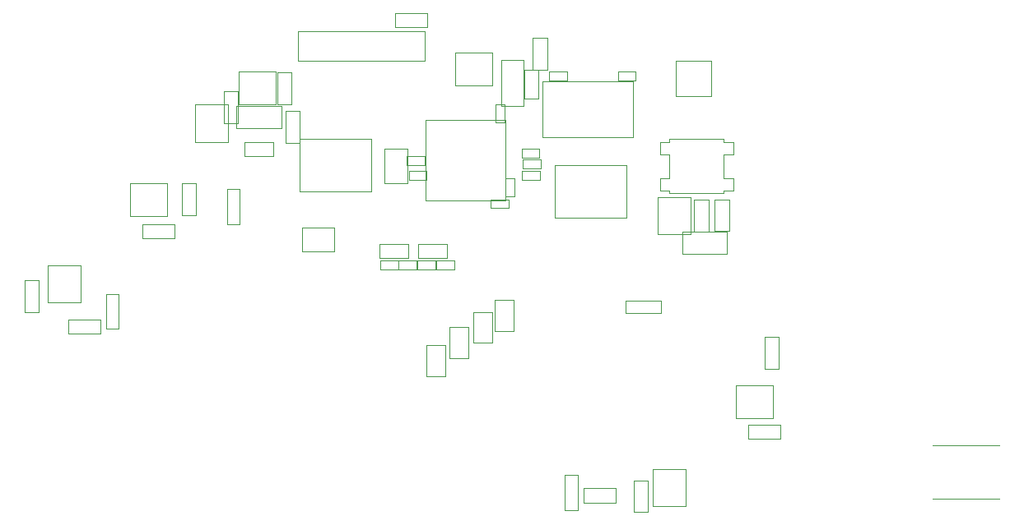
<source format=gbr>
G04 #@! TF.GenerationSoftware,KiCad,Pcbnew,(6.0.7)*
G04 #@! TF.CreationDate,2023-01-30T00:11:12-08:00*
G04 #@! TF.ProjectId,procon_gcc_main_pcb,70726f63-6f6e-45f6-9763-635f6d61696e,rev?*
G04 #@! TF.SameCoordinates,Original*
G04 #@! TF.FileFunction,Other,User*
%FSLAX46Y46*%
G04 Gerber Fmt 4.6, Leading zero omitted, Abs format (unit mm)*
G04 Created by KiCad (PCBNEW (6.0.7)) date 2023-01-30 00:11:12*
%MOMM*%
%LPD*%
G01*
G04 APERTURE LIST*
%ADD10C,0.050000*%
G04 APERTURE END LIST*
D10*
X185700000Y-149580000D02*
X192600000Y-149580000D01*
X192600000Y-144080000D02*
X185700000Y-144080000D01*
X114268000Y-107570000D02*
X114268000Y-110870000D01*
X112808000Y-110870000D02*
X112808000Y-107570000D01*
X114268000Y-110870000D02*
X112808000Y-110870000D01*
X112808000Y-107570000D02*
X114268000Y-107570000D01*
X145380000Y-114580000D02*
X145380000Y-115520000D01*
X143520000Y-115520000D02*
X143520000Y-114580000D01*
X143520000Y-114580000D02*
X145380000Y-114580000D01*
X145380000Y-115520000D02*
X143520000Y-115520000D01*
X114050000Y-109100000D02*
X118750000Y-109100000D01*
X118750000Y-111400000D02*
X114050000Y-111400000D01*
X114050000Y-111400000D02*
X114050000Y-109100000D01*
X118750000Y-111400000D02*
X118750000Y-109100000D01*
X161195000Y-118742500D02*
X162655000Y-118742500D01*
X162655000Y-122042500D02*
X161195000Y-122042500D01*
X162655000Y-118742500D02*
X162655000Y-122042500D01*
X161195000Y-122042500D02*
X161195000Y-118742500D01*
X169914000Y-136184000D02*
X168454000Y-136184000D01*
X168454000Y-132884000D02*
X169914000Y-132884000D01*
X169914000Y-132884000D02*
X169914000Y-136184000D01*
X168454000Y-136184000D02*
X168454000Y-132884000D01*
X131860000Y-115780000D02*
X133680000Y-115780000D01*
X133680000Y-115780000D02*
X133680000Y-116700000D01*
X133680000Y-116700000D02*
X131860000Y-116700000D01*
X131860000Y-116700000D02*
X131860000Y-115780000D01*
X120470000Y-101430000D02*
X120470000Y-104430000D01*
X133470000Y-104430000D02*
X133470000Y-101430000D01*
X133470000Y-101430000D02*
X120470000Y-101430000D01*
X120470000Y-104430000D02*
X133470000Y-104430000D01*
X103170000Y-120470000D02*
X107010000Y-120470000D01*
X107010000Y-120470000D02*
X107010000Y-117070000D01*
X103170000Y-117070000D02*
X103170000Y-120470000D01*
X107010000Y-117070000D02*
X103170000Y-117070000D01*
X104474000Y-122774000D02*
X104474000Y-121314000D01*
X104474000Y-121314000D02*
X107774000Y-121314000D01*
X107774000Y-121314000D02*
X107774000Y-122774000D01*
X107774000Y-122774000D02*
X104474000Y-122774000D01*
X160825000Y-122312500D02*
X160825000Y-118472500D01*
X160825000Y-118472500D02*
X157425000Y-118472500D01*
X157425000Y-118472500D02*
X157425000Y-122312500D01*
X157425000Y-122312500D02*
X160825000Y-122312500D01*
X155160000Y-105565000D02*
X155160000Y-106485000D01*
X153340000Y-106485000D02*
X153340000Y-105565000D01*
X155160000Y-106485000D02*
X153340000Y-106485000D01*
X153340000Y-105565000D02*
X155160000Y-105565000D01*
X140420000Y-103600000D02*
X136580000Y-103600000D01*
X136580000Y-107000000D02*
X140420000Y-107000000D01*
X136580000Y-103600000D02*
X136580000Y-107000000D01*
X140420000Y-107000000D02*
X140420000Y-103600000D01*
X141350000Y-109070000D02*
X141350000Y-104370000D01*
X141350000Y-109070000D02*
X143650000Y-109070000D01*
X143650000Y-104370000D02*
X143650000Y-109070000D01*
X141350000Y-104370000D02*
X143650000Y-104370000D01*
X120575000Y-117900000D02*
X127975000Y-117900000D01*
X127975000Y-117900000D02*
X127975000Y-112500000D01*
X120575000Y-112500000D02*
X120575000Y-117900000D01*
X127975000Y-112500000D02*
X120575000Y-112500000D01*
X136050000Y-131860000D02*
X136050000Y-135060000D01*
X137950000Y-131860000D02*
X136050000Y-131860000D01*
X137950000Y-131860000D02*
X137950000Y-135060000D01*
X137950000Y-135060000D02*
X136050000Y-135060000D01*
X130750000Y-125040000D02*
X132610000Y-125040000D01*
X132610000Y-125040000D02*
X132610000Y-125980000D01*
X130750000Y-125980000D02*
X130750000Y-125040000D01*
X132610000Y-125980000D02*
X130750000Y-125980000D01*
X114450000Y-117680000D02*
X114450000Y-121280000D01*
X113150000Y-121280000D02*
X114450000Y-121280000D01*
X113150000Y-121280000D02*
X113150000Y-117680000D01*
X114450000Y-117680000D02*
X113150000Y-117680000D01*
X120850000Y-121599999D02*
X124150000Y-121599999D01*
X124150000Y-124099999D02*
X124150000Y-121599999D01*
X120850000Y-121599999D02*
X120850000Y-124099999D01*
X124150000Y-124099999D02*
X120850000Y-124099999D01*
X134650000Y-125050000D02*
X136510000Y-125050000D01*
X136510000Y-125990000D02*
X134650000Y-125990000D01*
X136510000Y-125050000D02*
X136510000Y-125990000D01*
X134650000Y-125990000D02*
X134650000Y-125050000D01*
X166794000Y-141924000D02*
X170094000Y-141924000D01*
X166794000Y-143384000D02*
X166794000Y-141924000D01*
X170094000Y-141924000D02*
X170094000Y-143384000D01*
X170094000Y-143384000D02*
X166794000Y-143384000D01*
X149190000Y-147140000D02*
X147890000Y-147140000D01*
X147890000Y-150740000D02*
X147890000Y-147140000D01*
X147890000Y-150740000D02*
X149190000Y-150740000D01*
X149190000Y-147140000D02*
X149190000Y-150740000D01*
X164780000Y-118717500D02*
X164780000Y-122017500D01*
X164780000Y-122017500D02*
X163320000Y-122017500D01*
X163320000Y-118717500D02*
X164780000Y-118717500D01*
X163320000Y-122017500D02*
X163320000Y-118717500D01*
X164530000Y-122072500D02*
X164530000Y-124312500D01*
X159970000Y-124312500D02*
X159970000Y-122072500D01*
X164530000Y-124312500D02*
X159970000Y-124312500D01*
X159970000Y-122072500D02*
X164530000Y-122072500D01*
X109875000Y-112820000D02*
X113275000Y-112820000D01*
X113275000Y-108980000D02*
X109875000Y-108980000D01*
X109875000Y-108980000D02*
X109875000Y-112820000D01*
X113275000Y-112820000D02*
X113275000Y-108980000D01*
X143495000Y-116695000D02*
X143495000Y-115755000D01*
X145355000Y-115755000D02*
X145355000Y-116695000D01*
X143495000Y-115755000D02*
X145355000Y-115755000D01*
X145355000Y-116695000D02*
X143495000Y-116695000D01*
X145190000Y-108370000D02*
X143730000Y-108370000D01*
X145190000Y-105410000D02*
X145190000Y-108370000D01*
X143730000Y-105410000D02*
X145190000Y-105410000D01*
X143730000Y-108370000D02*
X143730000Y-105410000D01*
X128900000Y-125970000D02*
X128900000Y-125030000D01*
X128900000Y-125030000D02*
X130760000Y-125030000D01*
X130760000Y-125030000D02*
X130760000Y-125970000D01*
X130760000Y-125970000D02*
X128900000Y-125970000D01*
X142090000Y-118720000D02*
X142090000Y-119640000D01*
X140270000Y-118720000D02*
X142090000Y-118720000D01*
X142090000Y-119640000D02*
X140270000Y-119640000D01*
X140270000Y-119640000D02*
X140270000Y-118720000D01*
X131805000Y-123320000D02*
X131805000Y-124780000D01*
X131805000Y-124780000D02*
X128845000Y-124780000D01*
X128845000Y-123320000D02*
X131805000Y-123320000D01*
X128845000Y-124780000D02*
X128845000Y-123320000D01*
X148110000Y-105590000D02*
X148110000Y-106510000D01*
X146290000Y-105590000D02*
X148110000Y-105590000D01*
X148110000Y-106510000D02*
X146290000Y-106510000D01*
X146290000Y-106510000D02*
X146290000Y-105590000D01*
X133575000Y-110563579D02*
X133575000Y-118803579D01*
X133575000Y-118803579D02*
X141815000Y-118803579D01*
X141815000Y-118803579D02*
X141815000Y-110563579D01*
X141815000Y-110563579D02*
X133575000Y-110563579D01*
X129300000Y-113525000D02*
X131700000Y-113525000D01*
X131700000Y-117025000D02*
X129300000Y-117025000D01*
X131700000Y-113525000D02*
X131700000Y-117025000D01*
X129300000Y-117025000D02*
X129300000Y-113525000D01*
X135780000Y-124755000D02*
X132820000Y-124755000D01*
X135780000Y-123295000D02*
X135780000Y-124755000D01*
X132820000Y-124755000D02*
X132820000Y-123295000D01*
X132820000Y-123295000D02*
X135780000Y-123295000D01*
X141710000Y-110760000D02*
X140790000Y-110760000D01*
X141710000Y-108940000D02*
X141710000Y-110760000D01*
X140790000Y-108940000D02*
X141710000Y-108940000D01*
X140790000Y-110760000D02*
X140790000Y-108940000D01*
X149804000Y-149964000D02*
X149804000Y-148504000D01*
X153104000Y-148504000D02*
X153104000Y-149964000D01*
X149804000Y-148504000D02*
X153104000Y-148504000D01*
X153104000Y-149964000D02*
X149804000Y-149964000D01*
X156454000Y-147674000D02*
X156454000Y-150974000D01*
X154994000Y-150974000D02*
X154994000Y-147674000D01*
X156454000Y-150974000D02*
X154994000Y-150974000D01*
X154994000Y-147674000D02*
X156454000Y-147674000D01*
X165192500Y-117820000D02*
X164242500Y-117820000D01*
X158642500Y-116570000D02*
X158642500Y-114070000D01*
X165192500Y-116570000D02*
X164242500Y-116570000D01*
X164242500Y-118120000D02*
X164242500Y-117820000D01*
X165192500Y-114070000D02*
X164242500Y-114070000D01*
X165192500Y-112820000D02*
X165192500Y-114070000D01*
X157692500Y-117820000D02*
X157692500Y-116570000D01*
X165192500Y-117820000D02*
X165192500Y-116570000D01*
X157692500Y-112820000D02*
X158642500Y-112820000D01*
X164242500Y-116570000D02*
X164242500Y-114070000D01*
X165192500Y-112820000D02*
X164242500Y-112820000D01*
X157692500Y-117820000D02*
X158642500Y-117820000D01*
X157692500Y-116570000D02*
X158642500Y-116570000D01*
X158642500Y-112520000D02*
X158642500Y-112820000D01*
X158642500Y-118120000D02*
X164242500Y-118120000D01*
X164242500Y-112520000D02*
X158642500Y-112520000D01*
X164242500Y-112520000D02*
X164242500Y-112820000D01*
X157692500Y-114070000D02*
X158642500Y-114070000D01*
X157692500Y-112820000D02*
X157692500Y-114070000D01*
X158642500Y-118120000D02*
X158642500Y-117820000D01*
X140380000Y-133530000D02*
X138480000Y-133530000D01*
X138480000Y-130330000D02*
X138480000Y-133530000D01*
X140380000Y-130330000D02*
X138480000Y-130330000D01*
X140380000Y-130330000D02*
X140380000Y-133530000D01*
X146840000Y-120590000D02*
X154240000Y-120590000D01*
X154240000Y-115190000D02*
X146840000Y-115190000D01*
X154240000Y-120590000D02*
X154240000Y-115190000D01*
X146840000Y-115190000D02*
X146840000Y-120590000D01*
X92324000Y-127021500D02*
X93784000Y-127021500D01*
X93784000Y-130321500D02*
X92324000Y-130321500D01*
X93784000Y-127021500D02*
X93784000Y-130321500D01*
X92324000Y-130321500D02*
X92324000Y-127021500D01*
X109930000Y-120356500D02*
X108470000Y-120356500D01*
X108470000Y-120356500D02*
X108470000Y-117056500D01*
X109930000Y-117056500D02*
X109930000Y-120356500D01*
X108470000Y-117056500D02*
X109930000Y-117056500D01*
X162900000Y-104450000D02*
X159300000Y-104450000D01*
X159300000Y-104450000D02*
X159300000Y-108050000D01*
X162900000Y-108050000D02*
X162900000Y-104450000D01*
X159300000Y-108050000D02*
X162900000Y-108050000D01*
X100675000Y-132075000D02*
X100675000Y-128475000D01*
X101975000Y-128475000D02*
X101975000Y-132075000D01*
X100675000Y-132075000D02*
X101975000Y-132075000D01*
X101975000Y-128475000D02*
X100675000Y-128475000D01*
X145260000Y-113515000D02*
X145260000Y-114435000D01*
X143440000Y-113515000D02*
X145260000Y-113515000D01*
X143440000Y-114435000D02*
X143440000Y-113515000D01*
X145260000Y-114435000D02*
X143440000Y-114435000D01*
X114910000Y-112850000D02*
X117870000Y-112850000D01*
X117870000Y-112850000D02*
X117870000Y-114310000D01*
X117870000Y-114310000D02*
X114910000Y-114310000D01*
X114910000Y-114310000D02*
X114910000Y-112850000D01*
X94720000Y-125510000D02*
X94720000Y-129350000D01*
X98120000Y-129350000D02*
X98120000Y-125510000D01*
X98120000Y-125510000D02*
X94720000Y-125510000D01*
X94720000Y-129350000D02*
X98120000Y-129350000D01*
X141780000Y-118420000D02*
X141780000Y-116600000D01*
X142700000Y-118420000D02*
X141780000Y-118420000D01*
X142700000Y-116600000D02*
X142700000Y-118420000D01*
X141780000Y-116600000D02*
X142700000Y-116600000D01*
X132750000Y-125040000D02*
X134610000Y-125040000D01*
X134610000Y-125040000D02*
X134610000Y-125980000D01*
X134610000Y-125980000D02*
X132750000Y-125980000D01*
X132750000Y-125980000D02*
X132750000Y-125040000D01*
X114305000Y-108950000D02*
X118145000Y-108950000D01*
X118145000Y-105550000D02*
X114305000Y-105550000D01*
X118145000Y-108950000D02*
X118145000Y-105550000D01*
X114305000Y-105550000D02*
X114305000Y-108950000D01*
X145625000Y-112285000D02*
X154925000Y-112285000D01*
X145625000Y-106565000D02*
X145625000Y-112285000D01*
X154925000Y-106565000D02*
X145625000Y-106565000D01*
X154925000Y-112285000D02*
X154925000Y-106565000D01*
X133505000Y-114305000D02*
X133505000Y-115245000D01*
X131645000Y-114305000D02*
X133505000Y-114305000D01*
X133505000Y-115245000D02*
X131645000Y-115245000D01*
X131645000Y-115245000D02*
X131645000Y-114305000D01*
X96854000Y-132554000D02*
X96854000Y-131094000D01*
X100154000Y-132554000D02*
X96854000Y-132554000D01*
X96854000Y-131094000D02*
X100154000Y-131094000D01*
X100154000Y-131094000D02*
X100154000Y-132554000D01*
X133670000Y-133750000D02*
X133670000Y-136950000D01*
X135570000Y-133750000D02*
X135570000Y-136950000D01*
X135570000Y-136950000D02*
X133670000Y-136950000D01*
X135570000Y-133750000D02*
X133670000Y-133750000D01*
X119780000Y-105675000D02*
X119780000Y-108975000D01*
X119780000Y-108975000D02*
X118320000Y-108975000D01*
X118320000Y-105675000D02*
X119780000Y-105675000D01*
X118320000Y-108975000D02*
X118320000Y-105675000D01*
X130450000Y-100970000D02*
X130450000Y-99510000D01*
X133750000Y-100970000D02*
X130450000Y-100970000D01*
X130450000Y-99510000D02*
X133750000Y-99510000D01*
X133750000Y-99510000D02*
X133750000Y-100970000D01*
X160330000Y-146510000D02*
X156930000Y-146510000D01*
X160330000Y-150350000D02*
X160330000Y-146510000D01*
X156930000Y-146510000D02*
X156930000Y-150350000D01*
X156930000Y-150350000D02*
X160330000Y-150350000D01*
X120605000Y-112900000D02*
X119145000Y-112900000D01*
X119145000Y-109600000D02*
X120605000Y-109600000D01*
X119145000Y-112900000D02*
X119145000Y-109600000D01*
X120605000Y-109600000D02*
X120605000Y-112900000D01*
X142580000Y-129070000D02*
X142580000Y-132270000D01*
X142580000Y-129070000D02*
X140680000Y-129070000D01*
X140680000Y-129070000D02*
X140680000Y-132270000D01*
X142580000Y-132270000D02*
X140680000Y-132270000D01*
X157756000Y-130444000D02*
X157756000Y-129144000D01*
X157756000Y-130444000D02*
X154156000Y-130444000D01*
X154156000Y-129144000D02*
X157756000Y-129144000D01*
X154156000Y-129144000D02*
X154156000Y-130444000D01*
X146060000Y-105400000D02*
X144600000Y-105400000D01*
X144600000Y-105400000D02*
X144600000Y-102100000D01*
X146060000Y-102100000D02*
X146060000Y-105400000D01*
X144600000Y-102100000D02*
X146060000Y-102100000D01*
X169300000Y-141260000D02*
X169300000Y-137860000D01*
X165460000Y-137860000D02*
X165460000Y-141260000D01*
X169300000Y-137860000D02*
X165460000Y-137860000D01*
X165460000Y-141260000D02*
X169300000Y-141260000D01*
M02*

</source>
